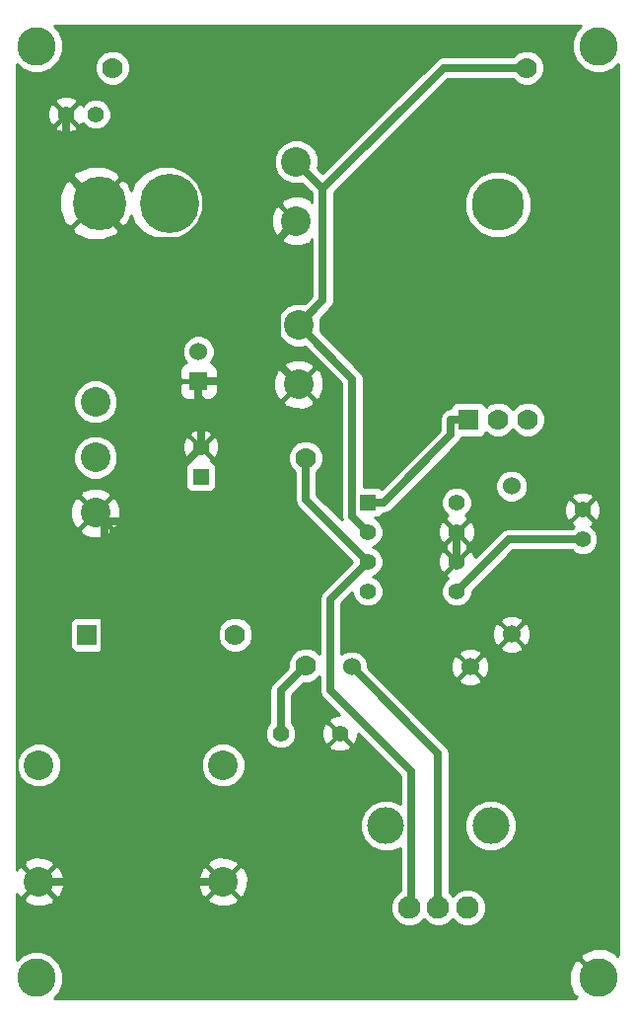
<source format=gtl>
G04 (created by PCBNEW-RS274X (2011-nov-30)-testing) date Wed 20 Feb 2013 12:40:59 PM PST*
%MOIN*%
G04 Gerber Fmt 3.4, Leading zero omitted, Abs format*
%FSLAX34Y34*%
G01*
G70*
G90*
G04 APERTURE LIST*
%ADD10C,0.006*%
%ADD11C,0.1*%
%ADD12R,0.06X0.06*%
%ADD13C,0.06*%
%ADD14R,0.055X0.055*%
%ADD15C,0.055*%
%ADD16C,0.2*%
%ADD17C,0.1811*%
%ADD18C,0.13*%
%ADD19C,0.07*%
%ADD20R,0.07X0.07*%
%ADD21C,0.1772*%
%ADD22C,0.076*%
%ADD23C,0.125*%
%ADD24C,0.025*%
%ADD25C,0.01*%
G04 APERTURE END LIST*
G54D10*
G54D11*
X36984Y-44508D03*
X36984Y-46378D03*
X36984Y-48248D03*
G54D12*
X40472Y-43807D03*
G54D13*
X40472Y-42807D03*
G54D14*
X46200Y-47900D03*
G54D15*
X46200Y-48900D03*
X46200Y-49900D03*
X46200Y-50900D03*
X49200Y-50900D03*
X49200Y-49900D03*
X49200Y-48900D03*
X49200Y-47900D03*
G54D16*
X39500Y-37800D03*
G54D17*
X37138Y-37800D03*
G54D11*
X43780Y-36402D03*
X43780Y-38402D03*
X43858Y-41913D03*
X43858Y-43913D03*
G54D15*
X43250Y-55700D03*
X45250Y-55700D03*
G54D14*
X40551Y-47035D03*
G54D15*
X40551Y-46035D03*
X37000Y-34800D03*
X36000Y-34800D03*
X53450Y-49150D03*
X53450Y-48150D03*
G54D18*
X35000Y-32500D03*
X35000Y-63950D03*
X54000Y-32500D03*
G54D13*
X45650Y-53450D03*
X49650Y-53450D03*
G54D19*
X41713Y-52362D03*
G54D20*
X36713Y-52362D03*
G54D19*
X44100Y-53400D03*
X44100Y-46400D03*
G54D13*
X51050Y-47350D03*
X51050Y-52350D03*
G54D19*
X37567Y-33228D03*
X51567Y-33228D03*
G54D11*
X35079Y-56771D03*
X41299Y-56771D03*
X35079Y-60709D03*
X41299Y-60709D03*
G54D20*
X49600Y-45100D03*
G54D19*
X50600Y-45100D03*
X51600Y-45100D03*
G54D21*
X50600Y-37848D03*
G54D22*
X47596Y-61570D03*
X48580Y-61570D03*
X49564Y-61570D03*
G54D23*
X46808Y-58814D03*
X50352Y-58814D03*
G54D18*
X54000Y-63950D03*
G54D24*
X43250Y-54250D02*
X43250Y-55700D01*
X44100Y-53400D02*
X43250Y-54250D01*
X49200Y-48900D02*
X49200Y-49900D01*
X43121Y-39061D02*
X43780Y-38402D01*
X43858Y-43913D02*
X43121Y-43176D01*
X43121Y-43176D02*
X43121Y-39061D01*
X42490Y-43807D02*
X43121Y-43176D01*
X40472Y-43807D02*
X42490Y-43807D01*
X38274Y-39061D02*
X37008Y-37795D01*
X43121Y-39061D02*
X38274Y-39061D01*
X36000Y-36787D02*
X36000Y-34800D01*
X37008Y-37795D02*
X36000Y-36787D01*
X40551Y-44436D02*
X40472Y-44357D01*
X40551Y-46035D02*
X40551Y-44436D01*
X40472Y-43807D02*
X40472Y-44357D01*
X41299Y-60709D02*
X37292Y-60709D01*
X37292Y-60709D02*
X35079Y-60709D01*
X38030Y-48556D02*
X40551Y-46035D01*
X37292Y-48556D02*
X38030Y-48556D01*
X37292Y-60709D02*
X37292Y-48556D01*
X37292Y-48556D02*
X36984Y-48248D01*
X49000Y-45625D02*
X46725Y-47900D01*
X49000Y-45100D02*
X49000Y-45625D01*
X46200Y-47900D02*
X46725Y-47900D01*
X49600Y-45100D02*
X49000Y-45100D01*
X45672Y-43727D02*
X43858Y-41913D01*
X45672Y-48372D02*
X45672Y-43727D01*
X46200Y-48900D02*
X45672Y-48372D01*
X48752Y-33228D02*
X44679Y-37301D01*
X51567Y-33228D02*
X48752Y-33228D01*
X43780Y-36402D02*
X44679Y-37301D01*
X44679Y-41092D02*
X43858Y-41913D01*
X44679Y-37301D02*
X44679Y-41092D01*
X50950Y-49150D02*
X49200Y-50900D01*
X53450Y-49150D02*
X50950Y-49150D01*
X48580Y-56380D02*
X45650Y-53450D01*
X48580Y-61570D02*
X48580Y-56380D01*
X44936Y-51164D02*
X46200Y-49900D01*
X44936Y-54249D02*
X44936Y-51164D01*
X47662Y-56975D02*
X44936Y-54249D01*
X47662Y-61504D02*
X47662Y-56975D01*
X47596Y-61570D02*
X47662Y-61504D01*
X44100Y-47800D02*
X46200Y-49900D01*
X44100Y-46400D02*
X44100Y-47800D01*
G54D10*
G36*
X54675Y-63185D02*
X54667Y-63177D01*
X54621Y-63222D01*
X54578Y-63111D01*
X54214Y-62954D01*
X54074Y-62952D01*
X54074Y-48274D01*
X54074Y-48026D01*
X53979Y-47796D01*
X53856Y-47779D01*
X53821Y-47814D01*
X53821Y-47744D01*
X53804Y-47621D01*
X53574Y-47526D01*
X53326Y-47526D01*
X53096Y-47621D01*
X53079Y-47744D01*
X53450Y-48115D01*
X53821Y-47744D01*
X53821Y-47814D01*
X53485Y-48150D01*
X53856Y-48521D01*
X53979Y-48504D01*
X54074Y-48274D01*
X54074Y-62952D01*
X53975Y-62950D01*
X53975Y-49255D01*
X53975Y-49046D01*
X53895Y-48853D01*
X53748Y-48705D01*
X53744Y-48703D01*
X53804Y-48679D01*
X53821Y-48556D01*
X53450Y-48185D01*
X53415Y-48220D01*
X53415Y-48150D01*
X53044Y-47779D01*
X52921Y-47796D01*
X52826Y-48026D01*
X52826Y-48274D01*
X52921Y-48504D01*
X53044Y-48521D01*
X53415Y-48150D01*
X53415Y-48220D01*
X53079Y-48556D01*
X53096Y-48679D01*
X53155Y-48703D01*
X53153Y-48705D01*
X53082Y-48775D01*
X52199Y-48775D01*
X52199Y-45220D01*
X52199Y-44981D01*
X52108Y-44761D01*
X51940Y-44592D01*
X51736Y-44507D01*
X51736Y-38075D01*
X51736Y-37623D01*
X51563Y-37205D01*
X51244Y-36886D01*
X50827Y-36712D01*
X50375Y-36712D01*
X49957Y-36885D01*
X49638Y-37204D01*
X49464Y-37621D01*
X49464Y-38073D01*
X49637Y-38491D01*
X49956Y-38810D01*
X50373Y-38984D01*
X50825Y-38984D01*
X51243Y-38811D01*
X51562Y-38492D01*
X51736Y-38075D01*
X51736Y-44507D01*
X51720Y-44501D01*
X51481Y-44501D01*
X51261Y-44592D01*
X51099Y-44752D01*
X50940Y-44592D01*
X50720Y-44501D01*
X50481Y-44501D01*
X50261Y-44592D01*
X50185Y-44667D01*
X50161Y-44609D01*
X50091Y-44539D01*
X50000Y-44501D01*
X49901Y-44501D01*
X49201Y-44501D01*
X49109Y-44539D01*
X49039Y-44609D01*
X49001Y-44700D01*
X49001Y-44725D01*
X49000Y-44725D01*
X48856Y-44754D01*
X48735Y-44835D01*
X48654Y-44956D01*
X48625Y-45100D01*
X48625Y-45470D01*
X46648Y-47446D01*
X46616Y-47414D01*
X46525Y-47376D01*
X46426Y-47376D01*
X46047Y-47376D01*
X46047Y-43727D01*
X46018Y-43584D01*
X46018Y-43583D01*
X45937Y-43462D01*
X44586Y-42111D01*
X44607Y-42063D01*
X44607Y-41765D01*
X44586Y-41714D01*
X44944Y-41357D01*
X45025Y-41236D01*
X45025Y-41235D01*
X45054Y-41092D01*
X45054Y-37456D01*
X48907Y-33603D01*
X51094Y-33603D01*
X51227Y-33736D01*
X51447Y-33827D01*
X51686Y-33827D01*
X51906Y-33736D01*
X52075Y-33568D01*
X52166Y-33348D01*
X52166Y-33109D01*
X52075Y-32889D01*
X51907Y-32720D01*
X51687Y-32629D01*
X51448Y-32629D01*
X51228Y-32720D01*
X51094Y-32853D01*
X48752Y-32853D01*
X48608Y-32882D01*
X48487Y-32963D01*
X44679Y-36771D01*
X44508Y-36600D01*
X44529Y-36552D01*
X44529Y-36254D01*
X44416Y-35978D01*
X44205Y-35767D01*
X43930Y-35653D01*
X43632Y-35653D01*
X43356Y-35766D01*
X43145Y-35977D01*
X43031Y-36252D01*
X43031Y-36550D01*
X43144Y-36826D01*
X43355Y-37037D01*
X43630Y-37151D01*
X43928Y-37151D01*
X43978Y-37130D01*
X44304Y-37456D01*
X44304Y-37772D01*
X44295Y-37780D01*
X44268Y-37688D01*
X43957Y-37556D01*
X43620Y-37552D01*
X43308Y-37678D01*
X43292Y-37688D01*
X43248Y-37834D01*
X43745Y-38331D01*
X43780Y-38367D01*
X43780Y-38366D01*
X43815Y-38401D01*
X43815Y-38402D01*
X43780Y-38437D01*
X43745Y-38472D01*
X43745Y-38402D01*
X43212Y-37870D01*
X43066Y-37914D01*
X42934Y-38225D01*
X42930Y-38562D01*
X43056Y-38874D01*
X43066Y-38890D01*
X43212Y-38934D01*
X43745Y-38402D01*
X43745Y-38472D01*
X43248Y-38970D01*
X43292Y-39116D01*
X43603Y-39248D01*
X43940Y-39252D01*
X44252Y-39126D01*
X44268Y-39116D01*
X44295Y-39023D01*
X44304Y-39032D01*
X44304Y-40937D01*
X44056Y-41184D01*
X44008Y-41164D01*
X43710Y-41164D01*
X43434Y-41277D01*
X43223Y-41488D01*
X43109Y-41763D01*
X43109Y-42061D01*
X43222Y-42337D01*
X43433Y-42548D01*
X43708Y-42662D01*
X44006Y-42662D01*
X44056Y-42641D01*
X45297Y-43882D01*
X45297Y-48372D01*
X45320Y-48490D01*
X44708Y-47877D01*
X44708Y-43753D01*
X44582Y-43441D01*
X44572Y-43425D01*
X44426Y-43381D01*
X44390Y-43416D01*
X44390Y-43345D01*
X44346Y-43199D01*
X44035Y-43067D01*
X43698Y-43063D01*
X43386Y-43189D01*
X43370Y-43199D01*
X43326Y-43345D01*
X43858Y-43878D01*
X44390Y-43345D01*
X44390Y-43416D01*
X43893Y-43913D01*
X44426Y-44445D01*
X44572Y-44401D01*
X44704Y-44090D01*
X44708Y-43753D01*
X44708Y-47877D01*
X44475Y-47644D01*
X44475Y-46872D01*
X44608Y-46740D01*
X44699Y-46520D01*
X44699Y-46281D01*
X44608Y-46061D01*
X44440Y-45892D01*
X44390Y-45871D01*
X44390Y-44481D01*
X43858Y-43948D01*
X43823Y-43983D01*
X43823Y-43913D01*
X43290Y-43381D01*
X43144Y-43425D01*
X43012Y-43736D01*
X43008Y-44073D01*
X43134Y-44385D01*
X43144Y-44401D01*
X43290Y-44445D01*
X43823Y-43913D01*
X43823Y-43983D01*
X43326Y-44481D01*
X43370Y-44627D01*
X43681Y-44759D01*
X44018Y-44763D01*
X44330Y-44637D01*
X44346Y-44627D01*
X44390Y-44481D01*
X44390Y-45871D01*
X44220Y-45801D01*
X43981Y-45801D01*
X43761Y-45892D01*
X43592Y-46060D01*
X43501Y-46280D01*
X43501Y-46519D01*
X43592Y-46739D01*
X43725Y-46872D01*
X43725Y-47800D01*
X43754Y-47944D01*
X43835Y-48065D01*
X45669Y-49900D01*
X44671Y-50899D01*
X44590Y-51020D01*
X44561Y-51164D01*
X44561Y-53013D01*
X44440Y-52892D01*
X44220Y-52801D01*
X43981Y-52801D01*
X43761Y-52892D01*
X43592Y-53060D01*
X43501Y-53280D01*
X43501Y-53469D01*
X42985Y-53985D01*
X42904Y-54106D01*
X42875Y-54250D01*
X42875Y-55332D01*
X42805Y-55402D01*
X42725Y-55595D01*
X42725Y-55804D01*
X42805Y-55997D01*
X42952Y-56145D01*
X43145Y-56225D01*
X43354Y-56225D01*
X43547Y-56145D01*
X43695Y-55998D01*
X43775Y-55805D01*
X43775Y-55596D01*
X43695Y-55403D01*
X43625Y-55332D01*
X43625Y-54405D01*
X44031Y-53999D01*
X44219Y-53999D01*
X44439Y-53908D01*
X44561Y-53786D01*
X44561Y-54249D01*
X44590Y-54393D01*
X44671Y-54514D01*
X45233Y-55076D01*
X45126Y-55076D01*
X44896Y-55171D01*
X44879Y-55294D01*
X45250Y-55665D01*
X45250Y-55664D01*
X45285Y-55699D01*
X45285Y-55700D01*
X45656Y-56071D01*
X45779Y-56054D01*
X45874Y-55824D01*
X45874Y-55717D01*
X47287Y-57130D01*
X47287Y-58065D01*
X46983Y-57939D01*
X46635Y-57939D01*
X46313Y-58072D01*
X46067Y-58318D01*
X45933Y-58639D01*
X45933Y-58987D01*
X46066Y-59309D01*
X46312Y-59555D01*
X46633Y-59689D01*
X46981Y-59689D01*
X47287Y-59562D01*
X47287Y-61016D01*
X47240Y-61036D01*
X47063Y-61213D01*
X46966Y-61444D01*
X46966Y-61695D01*
X47062Y-61926D01*
X47239Y-62103D01*
X47470Y-62200D01*
X47721Y-62200D01*
X47952Y-62104D01*
X48088Y-61968D01*
X48223Y-62103D01*
X48454Y-62200D01*
X48705Y-62200D01*
X48936Y-62104D01*
X49072Y-61968D01*
X49207Y-62103D01*
X49438Y-62200D01*
X49689Y-62200D01*
X49920Y-62104D01*
X50097Y-61927D01*
X50194Y-61696D01*
X50194Y-61445D01*
X50098Y-61214D01*
X49921Y-61037D01*
X49690Y-60940D01*
X49439Y-60940D01*
X49208Y-61036D01*
X49072Y-61172D01*
X48955Y-61055D01*
X48955Y-56380D01*
X48926Y-56237D01*
X48926Y-56236D01*
X48885Y-56175D01*
X48845Y-56115D01*
X48845Y-56114D01*
X46199Y-53468D01*
X46199Y-53341D01*
X46116Y-53139D01*
X45962Y-52985D01*
X45760Y-52901D01*
X45541Y-52901D01*
X45339Y-52984D01*
X45311Y-53012D01*
X45311Y-51319D01*
X45675Y-50955D01*
X45675Y-51004D01*
X45755Y-51197D01*
X45902Y-51345D01*
X46095Y-51425D01*
X46304Y-51425D01*
X46497Y-51345D01*
X46645Y-51198D01*
X46725Y-51005D01*
X46725Y-50796D01*
X46645Y-50603D01*
X46498Y-50455D01*
X46364Y-50399D01*
X46497Y-50345D01*
X46645Y-50198D01*
X46725Y-50005D01*
X46725Y-49796D01*
X46645Y-49603D01*
X46498Y-49455D01*
X46364Y-49399D01*
X46497Y-49345D01*
X46645Y-49198D01*
X46725Y-49005D01*
X46725Y-48796D01*
X46645Y-48603D01*
X46498Y-48455D01*
X46423Y-48424D01*
X46524Y-48424D01*
X46616Y-48386D01*
X46686Y-48316D01*
X46703Y-48275D01*
X46725Y-48275D01*
X46868Y-48246D01*
X46869Y-48246D01*
X46990Y-48165D01*
X49265Y-45890D01*
X49346Y-45769D01*
X49346Y-45768D01*
X49359Y-45699D01*
X49360Y-45699D01*
X49999Y-45699D01*
X50091Y-45661D01*
X50161Y-45591D01*
X50185Y-45532D01*
X50260Y-45608D01*
X50480Y-45699D01*
X50719Y-45699D01*
X50939Y-45608D01*
X51100Y-45447D01*
X51260Y-45608D01*
X51480Y-45699D01*
X51719Y-45699D01*
X51939Y-45608D01*
X52108Y-45440D01*
X52199Y-45220D01*
X52199Y-48775D01*
X51599Y-48775D01*
X51599Y-47460D01*
X51599Y-47241D01*
X51516Y-47039D01*
X51362Y-46885D01*
X51160Y-46801D01*
X50941Y-46801D01*
X50739Y-46884D01*
X50585Y-47038D01*
X50501Y-47240D01*
X50501Y-47459D01*
X50584Y-47661D01*
X50738Y-47815D01*
X50940Y-47899D01*
X51159Y-47899D01*
X51361Y-47816D01*
X51515Y-47662D01*
X51599Y-47460D01*
X51599Y-48775D01*
X50950Y-48775D01*
X50806Y-48804D01*
X50745Y-48844D01*
X50684Y-48885D01*
X49824Y-49745D01*
X49824Y-49024D01*
X49824Y-48776D01*
X49729Y-48546D01*
X49725Y-48545D01*
X49725Y-48005D01*
X49725Y-47796D01*
X49645Y-47603D01*
X49498Y-47455D01*
X49305Y-47375D01*
X49096Y-47375D01*
X48903Y-47455D01*
X48755Y-47602D01*
X48675Y-47795D01*
X48675Y-48004D01*
X48755Y-48197D01*
X48902Y-48345D01*
X48905Y-48346D01*
X48846Y-48371D01*
X48829Y-48494D01*
X49200Y-48865D01*
X49571Y-48494D01*
X49554Y-48371D01*
X49494Y-48346D01*
X49497Y-48345D01*
X49645Y-48198D01*
X49725Y-48005D01*
X49725Y-48545D01*
X49606Y-48529D01*
X49235Y-48900D01*
X49606Y-49271D01*
X49729Y-49254D01*
X49824Y-49024D01*
X49824Y-49745D01*
X49815Y-49754D01*
X49729Y-49546D01*
X49606Y-49529D01*
X49571Y-49564D01*
X49571Y-49494D01*
X49558Y-49400D01*
X49571Y-49306D01*
X49200Y-48935D01*
X49165Y-48970D01*
X49165Y-48900D01*
X48794Y-48529D01*
X48671Y-48546D01*
X48576Y-48776D01*
X48576Y-49024D01*
X48671Y-49254D01*
X48794Y-49271D01*
X49165Y-48900D01*
X49165Y-48970D01*
X48829Y-49306D01*
X48841Y-49400D01*
X48829Y-49494D01*
X49200Y-49865D01*
X49571Y-49494D01*
X49571Y-49564D01*
X49235Y-49900D01*
X49200Y-49935D01*
X49165Y-49970D01*
X49165Y-49900D01*
X48794Y-49529D01*
X48671Y-49546D01*
X48576Y-49776D01*
X48576Y-50024D01*
X48671Y-50254D01*
X48794Y-50271D01*
X49165Y-49900D01*
X49165Y-49970D01*
X48829Y-50306D01*
X48846Y-50429D01*
X48905Y-50453D01*
X48903Y-50455D01*
X48755Y-50602D01*
X48675Y-50795D01*
X48675Y-51004D01*
X48755Y-51197D01*
X48902Y-51345D01*
X49095Y-51425D01*
X49304Y-51425D01*
X49497Y-51345D01*
X49645Y-51198D01*
X49725Y-51005D01*
X49725Y-50905D01*
X51105Y-49525D01*
X53082Y-49525D01*
X53152Y-49595D01*
X53345Y-49675D01*
X53554Y-49675D01*
X53747Y-49595D01*
X53895Y-49448D01*
X53975Y-49255D01*
X53975Y-62950D01*
X53816Y-62949D01*
X53447Y-63096D01*
X53422Y-63111D01*
X53359Y-63274D01*
X54000Y-63915D01*
X54000Y-63914D01*
X54035Y-63949D01*
X54035Y-63950D01*
X54000Y-63985D01*
X53999Y-63985D01*
X53965Y-63951D01*
X53964Y-63950D01*
X53965Y-63950D01*
X53324Y-63309D01*
X53161Y-63372D01*
X53004Y-63736D01*
X52999Y-64134D01*
X53146Y-64503D01*
X53161Y-64528D01*
X53272Y-64571D01*
X53227Y-64617D01*
X53246Y-64636D01*
X51700Y-64636D01*
X51700Y-52222D01*
X51599Y-51982D01*
X51474Y-51962D01*
X51438Y-51997D01*
X51438Y-51926D01*
X51418Y-51801D01*
X51180Y-51701D01*
X50922Y-51700D01*
X50682Y-51801D01*
X50662Y-51926D01*
X51050Y-52315D01*
X51438Y-51926D01*
X51438Y-51997D01*
X51085Y-52350D01*
X51474Y-52738D01*
X51599Y-52718D01*
X51699Y-52480D01*
X51700Y-52222D01*
X51700Y-64636D01*
X51438Y-64636D01*
X51438Y-52774D01*
X51050Y-52385D01*
X51015Y-52420D01*
X51015Y-52350D01*
X50626Y-51962D01*
X50501Y-51982D01*
X50401Y-52220D01*
X50400Y-52478D01*
X50501Y-52718D01*
X50626Y-52738D01*
X51015Y-52350D01*
X51015Y-52420D01*
X50662Y-52774D01*
X50682Y-52899D01*
X50920Y-52999D01*
X51178Y-53000D01*
X51418Y-52899D01*
X51438Y-52774D01*
X51438Y-64636D01*
X51227Y-64636D01*
X51227Y-58989D01*
X51227Y-58641D01*
X51094Y-58319D01*
X50848Y-58073D01*
X50527Y-57939D01*
X50300Y-57939D01*
X50300Y-53322D01*
X50199Y-53082D01*
X50074Y-53062D01*
X50038Y-53097D01*
X50038Y-53026D01*
X50018Y-52901D01*
X49780Y-52801D01*
X49522Y-52800D01*
X49282Y-52901D01*
X49262Y-53026D01*
X49650Y-53415D01*
X50038Y-53026D01*
X50038Y-53097D01*
X49685Y-53450D01*
X50074Y-53838D01*
X50199Y-53818D01*
X50299Y-53580D01*
X50300Y-53322D01*
X50300Y-57939D01*
X50179Y-57939D01*
X50038Y-57997D01*
X50038Y-53874D01*
X49650Y-53485D01*
X49615Y-53520D01*
X49615Y-53450D01*
X49226Y-53062D01*
X49101Y-53082D01*
X49001Y-53320D01*
X49000Y-53578D01*
X49101Y-53818D01*
X49226Y-53838D01*
X49615Y-53450D01*
X49615Y-53520D01*
X49262Y-53874D01*
X49282Y-53999D01*
X49520Y-54099D01*
X49778Y-54100D01*
X50018Y-53999D01*
X50038Y-53874D01*
X50038Y-57997D01*
X49857Y-58072D01*
X49611Y-58318D01*
X49477Y-58639D01*
X49477Y-58987D01*
X49610Y-59309D01*
X49856Y-59555D01*
X50177Y-59689D01*
X50525Y-59689D01*
X50847Y-59556D01*
X51093Y-59310D01*
X51227Y-58989D01*
X51227Y-64636D01*
X45621Y-64636D01*
X45621Y-56106D01*
X45250Y-55735D01*
X45215Y-55770D01*
X45215Y-55700D01*
X44844Y-55329D01*
X44721Y-55346D01*
X44626Y-55576D01*
X44626Y-55824D01*
X44721Y-56054D01*
X44844Y-56071D01*
X45215Y-55700D01*
X45215Y-55770D01*
X44879Y-56106D01*
X44896Y-56229D01*
X45126Y-56324D01*
X45374Y-56324D01*
X45604Y-56229D01*
X45621Y-56106D01*
X45621Y-64636D01*
X42312Y-64636D01*
X42312Y-52482D01*
X42312Y-52243D01*
X42221Y-52023D01*
X42053Y-51854D01*
X41833Y-51763D01*
X41594Y-51763D01*
X41374Y-51854D01*
X41205Y-52022D01*
X41175Y-52094D01*
X41175Y-46159D01*
X41175Y-45911D01*
X41122Y-45782D01*
X41122Y-43919D01*
X41122Y-43695D01*
X41121Y-43438D01*
X41068Y-43310D01*
X40970Y-43211D01*
X40881Y-43174D01*
X40937Y-43119D01*
X41021Y-42917D01*
X41021Y-42698D01*
X40938Y-42496D01*
X40784Y-42342D01*
X40620Y-42273D01*
X40620Y-37548D01*
X40430Y-37088D01*
X40079Y-36736D01*
X39620Y-36546D01*
X39123Y-36545D01*
X38663Y-36735D01*
X38311Y-37086D01*
X38190Y-37378D01*
X38166Y-37316D01*
X38166Y-33348D01*
X38166Y-33109D01*
X38075Y-32889D01*
X37907Y-32720D01*
X37687Y-32629D01*
X37448Y-32629D01*
X37228Y-32720D01*
X37059Y-32888D01*
X36968Y-33108D01*
X36968Y-33347D01*
X37059Y-33567D01*
X37227Y-33736D01*
X37447Y-33827D01*
X37686Y-33827D01*
X37906Y-33736D01*
X38075Y-33568D01*
X38166Y-33348D01*
X38166Y-37316D01*
X38084Y-37106D01*
X38057Y-37065D01*
X37868Y-36971D01*
X37832Y-37006D01*
X37832Y-36935D01*
X37738Y-36746D01*
X37525Y-36653D01*
X37525Y-34905D01*
X37525Y-34696D01*
X37445Y-34503D01*
X37298Y-34355D01*
X37105Y-34275D01*
X36896Y-34275D01*
X36703Y-34355D01*
X36555Y-34502D01*
X36553Y-34505D01*
X36529Y-34446D01*
X36406Y-34429D01*
X36371Y-34464D01*
X36371Y-34394D01*
X36354Y-34271D01*
X36124Y-34176D01*
X35876Y-34176D01*
X35646Y-34271D01*
X35629Y-34394D01*
X36000Y-34765D01*
X36371Y-34394D01*
X36371Y-34464D01*
X36035Y-34800D01*
X36406Y-35171D01*
X36529Y-35154D01*
X36553Y-35094D01*
X36555Y-35097D01*
X36702Y-35245D01*
X36895Y-35325D01*
X37104Y-35325D01*
X37297Y-35245D01*
X37445Y-35098D01*
X37525Y-34905D01*
X37525Y-36653D01*
X37282Y-36547D01*
X36783Y-36538D01*
X36371Y-36698D01*
X36371Y-35206D01*
X36000Y-34835D01*
X35965Y-34870D01*
X35965Y-34800D01*
X35594Y-34429D01*
X35471Y-34446D01*
X35376Y-34676D01*
X35376Y-34924D01*
X35471Y-35154D01*
X35594Y-35171D01*
X35965Y-34800D01*
X35965Y-34870D01*
X35629Y-35206D01*
X35646Y-35329D01*
X35876Y-35424D01*
X36124Y-35424D01*
X36354Y-35329D01*
X36371Y-35206D01*
X36371Y-36698D01*
X36319Y-36719D01*
X36278Y-36746D01*
X36184Y-36935D01*
X37008Y-37760D01*
X37832Y-36935D01*
X37832Y-37006D01*
X37043Y-37795D01*
X37868Y-38619D01*
X38057Y-38525D01*
X38191Y-38215D01*
X38310Y-38502D01*
X38661Y-38854D01*
X39120Y-39044D01*
X39617Y-39045D01*
X40077Y-38855D01*
X40429Y-38504D01*
X40619Y-38045D01*
X40620Y-37548D01*
X40620Y-42273D01*
X40582Y-42258D01*
X40363Y-42258D01*
X40161Y-42341D01*
X40007Y-42495D01*
X39923Y-42697D01*
X39923Y-42916D01*
X40006Y-43118D01*
X40062Y-43174D01*
X39974Y-43211D01*
X39876Y-43310D01*
X39823Y-43438D01*
X39822Y-43695D01*
X39909Y-43782D01*
X40397Y-43782D01*
X40447Y-43782D01*
X40497Y-43782D01*
X40547Y-43782D01*
X41035Y-43782D01*
X41122Y-43695D01*
X41122Y-43919D01*
X41035Y-43832D01*
X40497Y-43832D01*
X40497Y-44370D01*
X40584Y-44457D01*
X40703Y-44456D01*
X40842Y-44456D01*
X40970Y-44403D01*
X41068Y-44304D01*
X41121Y-44176D01*
X41122Y-43919D01*
X41122Y-45782D01*
X41080Y-45681D01*
X40957Y-45664D01*
X40922Y-45699D01*
X40922Y-45629D01*
X40905Y-45506D01*
X40675Y-45411D01*
X40447Y-45411D01*
X40447Y-44370D01*
X40447Y-43832D01*
X39909Y-43832D01*
X39822Y-43919D01*
X39823Y-44176D01*
X39876Y-44304D01*
X39974Y-44403D01*
X40102Y-44456D01*
X40241Y-44456D01*
X40360Y-44457D01*
X40447Y-44370D01*
X40447Y-45411D01*
X40427Y-45411D01*
X40197Y-45506D01*
X40180Y-45629D01*
X40551Y-46000D01*
X40922Y-45629D01*
X40922Y-45699D01*
X40586Y-46035D01*
X40957Y-46406D01*
X41080Y-46389D01*
X41175Y-46159D01*
X41175Y-52094D01*
X41114Y-52242D01*
X41114Y-52481D01*
X41205Y-52701D01*
X41373Y-52870D01*
X41593Y-52961D01*
X41832Y-52961D01*
X42052Y-52870D01*
X42221Y-52702D01*
X42312Y-52482D01*
X42312Y-64636D01*
X42149Y-64636D01*
X42149Y-60549D01*
X42048Y-60298D01*
X42048Y-56921D01*
X42048Y-56623D01*
X41935Y-56347D01*
X41724Y-56136D01*
X41449Y-56022D01*
X41151Y-56022D01*
X41075Y-56053D01*
X41075Y-47360D01*
X41075Y-47261D01*
X41075Y-46711D01*
X41037Y-46619D01*
X40967Y-46549D01*
X40910Y-46525D01*
X40922Y-46441D01*
X40551Y-46070D01*
X40516Y-46105D01*
X40516Y-46035D01*
X40145Y-45664D01*
X40022Y-45681D01*
X39927Y-45911D01*
X39927Y-46159D01*
X40022Y-46389D01*
X40145Y-46406D01*
X40516Y-46035D01*
X40516Y-46105D01*
X40180Y-46441D01*
X40191Y-46525D01*
X40135Y-46549D01*
X40065Y-46619D01*
X40027Y-46710D01*
X40027Y-46809D01*
X40027Y-47359D01*
X40065Y-47451D01*
X40135Y-47521D01*
X40226Y-47559D01*
X40325Y-47559D01*
X40875Y-47559D01*
X40967Y-47521D01*
X41037Y-47451D01*
X41075Y-47360D01*
X41075Y-56053D01*
X40875Y-56135D01*
X40664Y-56346D01*
X40550Y-56621D01*
X40550Y-56919D01*
X40663Y-57195D01*
X40874Y-57406D01*
X41149Y-57520D01*
X41447Y-57520D01*
X41723Y-57407D01*
X41934Y-57196D01*
X42048Y-56921D01*
X42048Y-60298D01*
X42023Y-60237D01*
X42013Y-60221D01*
X41867Y-60177D01*
X41831Y-60212D01*
X41831Y-60141D01*
X41787Y-59995D01*
X41476Y-59863D01*
X41139Y-59859D01*
X40827Y-59985D01*
X40811Y-59995D01*
X40767Y-60141D01*
X41299Y-60674D01*
X41831Y-60141D01*
X41831Y-60212D01*
X41334Y-60709D01*
X41867Y-61241D01*
X42013Y-61197D01*
X42145Y-60886D01*
X42149Y-60549D01*
X42149Y-64636D01*
X41831Y-64636D01*
X41831Y-61277D01*
X41299Y-60744D01*
X41264Y-60779D01*
X41264Y-60709D01*
X40731Y-60177D01*
X40585Y-60221D01*
X40453Y-60532D01*
X40449Y-60869D01*
X40575Y-61181D01*
X40585Y-61197D01*
X40731Y-61241D01*
X41264Y-60709D01*
X41264Y-60779D01*
X40767Y-61277D01*
X40811Y-61423D01*
X41122Y-61555D01*
X41459Y-61559D01*
X41771Y-61433D01*
X41787Y-61423D01*
X41831Y-61277D01*
X41831Y-64636D01*
X37834Y-64636D01*
X37834Y-48088D01*
X37832Y-48083D01*
X37832Y-38655D01*
X37008Y-37830D01*
X36973Y-37865D01*
X36973Y-37795D01*
X36148Y-36971D01*
X35959Y-37065D01*
X35760Y-37521D01*
X35751Y-38020D01*
X35932Y-38484D01*
X35959Y-38525D01*
X36148Y-38619D01*
X36973Y-37795D01*
X36973Y-37865D01*
X36184Y-38655D01*
X36278Y-38844D01*
X36734Y-39043D01*
X37233Y-39052D01*
X37697Y-38871D01*
X37738Y-38844D01*
X37832Y-38655D01*
X37832Y-48083D01*
X37733Y-47837D01*
X37733Y-46528D01*
X37733Y-46230D01*
X37733Y-44658D01*
X37733Y-44360D01*
X37620Y-44084D01*
X37409Y-43873D01*
X37134Y-43759D01*
X36836Y-43759D01*
X36560Y-43872D01*
X36349Y-44083D01*
X36235Y-44358D01*
X36235Y-44656D01*
X36348Y-44932D01*
X36559Y-45143D01*
X36834Y-45257D01*
X37132Y-45257D01*
X37408Y-45144D01*
X37619Y-44933D01*
X37733Y-44658D01*
X37733Y-46230D01*
X37620Y-45954D01*
X37409Y-45743D01*
X37134Y-45629D01*
X36836Y-45629D01*
X36560Y-45742D01*
X36349Y-45953D01*
X36235Y-46228D01*
X36235Y-46526D01*
X36348Y-46802D01*
X36559Y-47013D01*
X36834Y-47127D01*
X37132Y-47127D01*
X37408Y-47014D01*
X37619Y-46803D01*
X37733Y-46528D01*
X37733Y-47837D01*
X37708Y-47776D01*
X37698Y-47760D01*
X37552Y-47716D01*
X37516Y-47751D01*
X37516Y-47680D01*
X37472Y-47534D01*
X37161Y-47402D01*
X36824Y-47398D01*
X36512Y-47524D01*
X36496Y-47534D01*
X36452Y-47680D01*
X36984Y-48213D01*
X37516Y-47680D01*
X37516Y-47751D01*
X37019Y-48248D01*
X37552Y-48780D01*
X37698Y-48736D01*
X37830Y-48425D01*
X37834Y-48088D01*
X37834Y-64636D01*
X37516Y-64636D01*
X37516Y-48816D01*
X36984Y-48283D01*
X36949Y-48318D01*
X36949Y-48248D01*
X36416Y-47716D01*
X36270Y-47760D01*
X36138Y-48071D01*
X36134Y-48408D01*
X36260Y-48720D01*
X36270Y-48736D01*
X36416Y-48780D01*
X36949Y-48248D01*
X36949Y-48318D01*
X36452Y-48816D01*
X36496Y-48962D01*
X36807Y-49094D01*
X37144Y-49098D01*
X37456Y-48972D01*
X37472Y-48962D01*
X37516Y-48816D01*
X37516Y-64636D01*
X37312Y-64636D01*
X37312Y-52762D01*
X37312Y-52663D01*
X37312Y-51963D01*
X37274Y-51871D01*
X37204Y-51801D01*
X37113Y-51763D01*
X37014Y-51763D01*
X36314Y-51763D01*
X36222Y-51801D01*
X36152Y-51871D01*
X36114Y-51962D01*
X36114Y-52061D01*
X36114Y-52761D01*
X36152Y-52853D01*
X36222Y-52923D01*
X36313Y-52961D01*
X36412Y-52961D01*
X37112Y-52961D01*
X37204Y-52923D01*
X37274Y-52853D01*
X37312Y-52762D01*
X37312Y-64636D01*
X35929Y-64636D01*
X35929Y-60549D01*
X35828Y-60298D01*
X35828Y-56921D01*
X35828Y-56623D01*
X35715Y-56347D01*
X35504Y-56136D01*
X35229Y-56022D01*
X34931Y-56022D01*
X34655Y-56135D01*
X34444Y-56346D01*
X34330Y-56621D01*
X34330Y-56919D01*
X34443Y-57195D01*
X34654Y-57406D01*
X34929Y-57520D01*
X35227Y-57520D01*
X35503Y-57407D01*
X35714Y-57196D01*
X35828Y-56921D01*
X35828Y-60298D01*
X35803Y-60237D01*
X35793Y-60221D01*
X35647Y-60177D01*
X35611Y-60212D01*
X35611Y-60141D01*
X35567Y-59995D01*
X35256Y-59863D01*
X34919Y-59859D01*
X34607Y-59985D01*
X34591Y-59995D01*
X34547Y-60141D01*
X35079Y-60674D01*
X35611Y-60141D01*
X35611Y-60212D01*
X35114Y-60709D01*
X35647Y-61241D01*
X35793Y-61197D01*
X35925Y-60886D01*
X35929Y-60549D01*
X35929Y-64636D01*
X35586Y-64636D01*
X35762Y-64460D01*
X35899Y-64130D01*
X35900Y-63772D01*
X35763Y-63441D01*
X35611Y-63289D01*
X35611Y-61277D01*
X35079Y-60744D01*
X34547Y-61277D01*
X34591Y-61423D01*
X34902Y-61555D01*
X35239Y-61559D01*
X35551Y-61433D01*
X35567Y-61423D01*
X35611Y-61277D01*
X35611Y-63289D01*
X35510Y-63188D01*
X35180Y-63051D01*
X34822Y-63050D01*
X34491Y-63187D01*
X34325Y-63353D01*
X34325Y-61106D01*
X34355Y-61181D01*
X34365Y-61197D01*
X34511Y-61241D01*
X35044Y-60709D01*
X34511Y-60177D01*
X34365Y-60221D01*
X34325Y-60315D01*
X34325Y-33097D01*
X34490Y-33262D01*
X34820Y-33399D01*
X35178Y-33400D01*
X35509Y-33263D01*
X35762Y-33010D01*
X35899Y-32680D01*
X35900Y-32322D01*
X35763Y-31991D01*
X35593Y-31821D01*
X53407Y-31821D01*
X53238Y-31990D01*
X53101Y-32320D01*
X53100Y-32678D01*
X53237Y-33009D01*
X53490Y-33262D01*
X53820Y-33399D01*
X54178Y-33400D01*
X54509Y-33263D01*
X54675Y-33097D01*
X54675Y-63185D01*
X54675Y-63185D01*
G37*
G54D25*
X54675Y-63185D02*
X54667Y-63177D01*
X54621Y-63222D01*
X54578Y-63111D01*
X54214Y-62954D01*
X54074Y-62952D01*
X54074Y-48274D01*
X54074Y-48026D01*
X53979Y-47796D01*
X53856Y-47779D01*
X53821Y-47814D01*
X53821Y-47744D01*
X53804Y-47621D01*
X53574Y-47526D01*
X53326Y-47526D01*
X53096Y-47621D01*
X53079Y-47744D01*
X53450Y-48115D01*
X53821Y-47744D01*
X53821Y-47814D01*
X53485Y-48150D01*
X53856Y-48521D01*
X53979Y-48504D01*
X54074Y-48274D01*
X54074Y-62952D01*
X53975Y-62950D01*
X53975Y-49255D01*
X53975Y-49046D01*
X53895Y-48853D01*
X53748Y-48705D01*
X53744Y-48703D01*
X53804Y-48679D01*
X53821Y-48556D01*
X53450Y-48185D01*
X53415Y-48220D01*
X53415Y-48150D01*
X53044Y-47779D01*
X52921Y-47796D01*
X52826Y-48026D01*
X52826Y-48274D01*
X52921Y-48504D01*
X53044Y-48521D01*
X53415Y-48150D01*
X53415Y-48220D01*
X53079Y-48556D01*
X53096Y-48679D01*
X53155Y-48703D01*
X53153Y-48705D01*
X53082Y-48775D01*
X52199Y-48775D01*
X52199Y-45220D01*
X52199Y-44981D01*
X52108Y-44761D01*
X51940Y-44592D01*
X51736Y-44507D01*
X51736Y-38075D01*
X51736Y-37623D01*
X51563Y-37205D01*
X51244Y-36886D01*
X50827Y-36712D01*
X50375Y-36712D01*
X49957Y-36885D01*
X49638Y-37204D01*
X49464Y-37621D01*
X49464Y-38073D01*
X49637Y-38491D01*
X49956Y-38810D01*
X50373Y-38984D01*
X50825Y-38984D01*
X51243Y-38811D01*
X51562Y-38492D01*
X51736Y-38075D01*
X51736Y-44507D01*
X51720Y-44501D01*
X51481Y-44501D01*
X51261Y-44592D01*
X51099Y-44752D01*
X50940Y-44592D01*
X50720Y-44501D01*
X50481Y-44501D01*
X50261Y-44592D01*
X50185Y-44667D01*
X50161Y-44609D01*
X50091Y-44539D01*
X50000Y-44501D01*
X49901Y-44501D01*
X49201Y-44501D01*
X49109Y-44539D01*
X49039Y-44609D01*
X49001Y-44700D01*
X49001Y-44725D01*
X49000Y-44725D01*
X48856Y-44754D01*
X48735Y-44835D01*
X48654Y-44956D01*
X48625Y-45100D01*
X48625Y-45470D01*
X46648Y-47446D01*
X46616Y-47414D01*
X46525Y-47376D01*
X46426Y-47376D01*
X46047Y-47376D01*
X46047Y-43727D01*
X46018Y-43584D01*
X46018Y-43583D01*
X45937Y-43462D01*
X44586Y-42111D01*
X44607Y-42063D01*
X44607Y-41765D01*
X44586Y-41714D01*
X44944Y-41357D01*
X45025Y-41236D01*
X45025Y-41235D01*
X45054Y-41092D01*
X45054Y-37456D01*
X48907Y-33603D01*
X51094Y-33603D01*
X51227Y-33736D01*
X51447Y-33827D01*
X51686Y-33827D01*
X51906Y-33736D01*
X52075Y-33568D01*
X52166Y-33348D01*
X52166Y-33109D01*
X52075Y-32889D01*
X51907Y-32720D01*
X51687Y-32629D01*
X51448Y-32629D01*
X51228Y-32720D01*
X51094Y-32853D01*
X48752Y-32853D01*
X48608Y-32882D01*
X48487Y-32963D01*
X44679Y-36771D01*
X44508Y-36600D01*
X44529Y-36552D01*
X44529Y-36254D01*
X44416Y-35978D01*
X44205Y-35767D01*
X43930Y-35653D01*
X43632Y-35653D01*
X43356Y-35766D01*
X43145Y-35977D01*
X43031Y-36252D01*
X43031Y-36550D01*
X43144Y-36826D01*
X43355Y-37037D01*
X43630Y-37151D01*
X43928Y-37151D01*
X43978Y-37130D01*
X44304Y-37456D01*
X44304Y-37772D01*
X44295Y-37780D01*
X44268Y-37688D01*
X43957Y-37556D01*
X43620Y-37552D01*
X43308Y-37678D01*
X43292Y-37688D01*
X43248Y-37834D01*
X43745Y-38331D01*
X43780Y-38367D01*
X43780Y-38366D01*
X43815Y-38401D01*
X43815Y-38402D01*
X43780Y-38437D01*
X43745Y-38472D01*
X43745Y-38402D01*
X43212Y-37870D01*
X43066Y-37914D01*
X42934Y-38225D01*
X42930Y-38562D01*
X43056Y-38874D01*
X43066Y-38890D01*
X43212Y-38934D01*
X43745Y-38402D01*
X43745Y-38472D01*
X43248Y-38970D01*
X43292Y-39116D01*
X43603Y-39248D01*
X43940Y-39252D01*
X44252Y-39126D01*
X44268Y-39116D01*
X44295Y-39023D01*
X44304Y-39032D01*
X44304Y-40937D01*
X44056Y-41184D01*
X44008Y-41164D01*
X43710Y-41164D01*
X43434Y-41277D01*
X43223Y-41488D01*
X43109Y-41763D01*
X43109Y-42061D01*
X43222Y-42337D01*
X43433Y-42548D01*
X43708Y-42662D01*
X44006Y-42662D01*
X44056Y-42641D01*
X45297Y-43882D01*
X45297Y-48372D01*
X45320Y-48490D01*
X44708Y-47877D01*
X44708Y-43753D01*
X44582Y-43441D01*
X44572Y-43425D01*
X44426Y-43381D01*
X44390Y-43416D01*
X44390Y-43345D01*
X44346Y-43199D01*
X44035Y-43067D01*
X43698Y-43063D01*
X43386Y-43189D01*
X43370Y-43199D01*
X43326Y-43345D01*
X43858Y-43878D01*
X44390Y-43345D01*
X44390Y-43416D01*
X43893Y-43913D01*
X44426Y-44445D01*
X44572Y-44401D01*
X44704Y-44090D01*
X44708Y-43753D01*
X44708Y-47877D01*
X44475Y-47644D01*
X44475Y-46872D01*
X44608Y-46740D01*
X44699Y-46520D01*
X44699Y-46281D01*
X44608Y-46061D01*
X44440Y-45892D01*
X44390Y-45871D01*
X44390Y-44481D01*
X43858Y-43948D01*
X43823Y-43983D01*
X43823Y-43913D01*
X43290Y-43381D01*
X43144Y-43425D01*
X43012Y-43736D01*
X43008Y-44073D01*
X43134Y-44385D01*
X43144Y-44401D01*
X43290Y-44445D01*
X43823Y-43913D01*
X43823Y-43983D01*
X43326Y-44481D01*
X43370Y-44627D01*
X43681Y-44759D01*
X44018Y-44763D01*
X44330Y-44637D01*
X44346Y-44627D01*
X44390Y-44481D01*
X44390Y-45871D01*
X44220Y-45801D01*
X43981Y-45801D01*
X43761Y-45892D01*
X43592Y-46060D01*
X43501Y-46280D01*
X43501Y-46519D01*
X43592Y-46739D01*
X43725Y-46872D01*
X43725Y-47800D01*
X43754Y-47944D01*
X43835Y-48065D01*
X45669Y-49900D01*
X44671Y-50899D01*
X44590Y-51020D01*
X44561Y-51164D01*
X44561Y-53013D01*
X44440Y-52892D01*
X44220Y-52801D01*
X43981Y-52801D01*
X43761Y-52892D01*
X43592Y-53060D01*
X43501Y-53280D01*
X43501Y-53469D01*
X42985Y-53985D01*
X42904Y-54106D01*
X42875Y-54250D01*
X42875Y-55332D01*
X42805Y-55402D01*
X42725Y-55595D01*
X42725Y-55804D01*
X42805Y-55997D01*
X42952Y-56145D01*
X43145Y-56225D01*
X43354Y-56225D01*
X43547Y-56145D01*
X43695Y-55998D01*
X43775Y-55805D01*
X43775Y-55596D01*
X43695Y-55403D01*
X43625Y-55332D01*
X43625Y-54405D01*
X44031Y-53999D01*
X44219Y-53999D01*
X44439Y-53908D01*
X44561Y-53786D01*
X44561Y-54249D01*
X44590Y-54393D01*
X44671Y-54514D01*
X45233Y-55076D01*
X45126Y-55076D01*
X44896Y-55171D01*
X44879Y-55294D01*
X45250Y-55665D01*
X45250Y-55664D01*
X45285Y-55699D01*
X45285Y-55700D01*
X45656Y-56071D01*
X45779Y-56054D01*
X45874Y-55824D01*
X45874Y-55717D01*
X47287Y-57130D01*
X47287Y-58065D01*
X46983Y-57939D01*
X46635Y-57939D01*
X46313Y-58072D01*
X46067Y-58318D01*
X45933Y-58639D01*
X45933Y-58987D01*
X46066Y-59309D01*
X46312Y-59555D01*
X46633Y-59689D01*
X46981Y-59689D01*
X47287Y-59562D01*
X47287Y-61016D01*
X47240Y-61036D01*
X47063Y-61213D01*
X46966Y-61444D01*
X46966Y-61695D01*
X47062Y-61926D01*
X47239Y-62103D01*
X47470Y-62200D01*
X47721Y-62200D01*
X47952Y-62104D01*
X48088Y-61968D01*
X48223Y-62103D01*
X48454Y-62200D01*
X48705Y-62200D01*
X48936Y-62104D01*
X49072Y-61968D01*
X49207Y-62103D01*
X49438Y-62200D01*
X49689Y-62200D01*
X49920Y-62104D01*
X50097Y-61927D01*
X50194Y-61696D01*
X50194Y-61445D01*
X50098Y-61214D01*
X49921Y-61037D01*
X49690Y-60940D01*
X49439Y-60940D01*
X49208Y-61036D01*
X49072Y-61172D01*
X48955Y-61055D01*
X48955Y-56380D01*
X48926Y-56237D01*
X48926Y-56236D01*
X48885Y-56175D01*
X48845Y-56115D01*
X48845Y-56114D01*
X46199Y-53468D01*
X46199Y-53341D01*
X46116Y-53139D01*
X45962Y-52985D01*
X45760Y-52901D01*
X45541Y-52901D01*
X45339Y-52984D01*
X45311Y-53012D01*
X45311Y-51319D01*
X45675Y-50955D01*
X45675Y-51004D01*
X45755Y-51197D01*
X45902Y-51345D01*
X46095Y-51425D01*
X46304Y-51425D01*
X46497Y-51345D01*
X46645Y-51198D01*
X46725Y-51005D01*
X46725Y-50796D01*
X46645Y-50603D01*
X46498Y-50455D01*
X46364Y-50399D01*
X46497Y-50345D01*
X46645Y-50198D01*
X46725Y-50005D01*
X46725Y-49796D01*
X46645Y-49603D01*
X46498Y-49455D01*
X46364Y-49399D01*
X46497Y-49345D01*
X46645Y-49198D01*
X46725Y-49005D01*
X46725Y-48796D01*
X46645Y-48603D01*
X46498Y-48455D01*
X46423Y-48424D01*
X46524Y-48424D01*
X46616Y-48386D01*
X46686Y-48316D01*
X46703Y-48275D01*
X46725Y-48275D01*
X46868Y-48246D01*
X46869Y-48246D01*
X46990Y-48165D01*
X49265Y-45890D01*
X49346Y-45769D01*
X49346Y-45768D01*
X49359Y-45699D01*
X49360Y-45699D01*
X49999Y-45699D01*
X50091Y-45661D01*
X50161Y-45591D01*
X50185Y-45532D01*
X50260Y-45608D01*
X50480Y-45699D01*
X50719Y-45699D01*
X50939Y-45608D01*
X51100Y-45447D01*
X51260Y-45608D01*
X51480Y-45699D01*
X51719Y-45699D01*
X51939Y-45608D01*
X52108Y-45440D01*
X52199Y-45220D01*
X52199Y-48775D01*
X51599Y-48775D01*
X51599Y-47460D01*
X51599Y-47241D01*
X51516Y-47039D01*
X51362Y-46885D01*
X51160Y-46801D01*
X50941Y-46801D01*
X50739Y-46884D01*
X50585Y-47038D01*
X50501Y-47240D01*
X50501Y-47459D01*
X50584Y-47661D01*
X50738Y-47815D01*
X50940Y-47899D01*
X51159Y-47899D01*
X51361Y-47816D01*
X51515Y-47662D01*
X51599Y-47460D01*
X51599Y-48775D01*
X50950Y-48775D01*
X50806Y-48804D01*
X50745Y-48844D01*
X50684Y-48885D01*
X49824Y-49745D01*
X49824Y-49024D01*
X49824Y-48776D01*
X49729Y-48546D01*
X49725Y-48545D01*
X49725Y-48005D01*
X49725Y-47796D01*
X49645Y-47603D01*
X49498Y-47455D01*
X49305Y-47375D01*
X49096Y-47375D01*
X48903Y-47455D01*
X48755Y-47602D01*
X48675Y-47795D01*
X48675Y-48004D01*
X48755Y-48197D01*
X48902Y-48345D01*
X48905Y-48346D01*
X48846Y-48371D01*
X48829Y-48494D01*
X49200Y-48865D01*
X49571Y-48494D01*
X49554Y-48371D01*
X49494Y-48346D01*
X49497Y-48345D01*
X49645Y-48198D01*
X49725Y-48005D01*
X49725Y-48545D01*
X49606Y-48529D01*
X49235Y-48900D01*
X49606Y-49271D01*
X49729Y-49254D01*
X49824Y-49024D01*
X49824Y-49745D01*
X49815Y-49754D01*
X49729Y-49546D01*
X49606Y-49529D01*
X49571Y-49564D01*
X49571Y-49494D01*
X49558Y-49400D01*
X49571Y-49306D01*
X49200Y-48935D01*
X49165Y-48970D01*
X49165Y-48900D01*
X48794Y-48529D01*
X48671Y-48546D01*
X48576Y-48776D01*
X48576Y-49024D01*
X48671Y-49254D01*
X48794Y-49271D01*
X49165Y-48900D01*
X49165Y-48970D01*
X48829Y-49306D01*
X48841Y-49400D01*
X48829Y-49494D01*
X49200Y-49865D01*
X49571Y-49494D01*
X49571Y-49564D01*
X49235Y-49900D01*
X49200Y-49935D01*
X49165Y-49970D01*
X49165Y-49900D01*
X48794Y-49529D01*
X48671Y-49546D01*
X48576Y-49776D01*
X48576Y-50024D01*
X48671Y-50254D01*
X48794Y-50271D01*
X49165Y-49900D01*
X49165Y-49970D01*
X48829Y-50306D01*
X48846Y-50429D01*
X48905Y-50453D01*
X48903Y-50455D01*
X48755Y-50602D01*
X48675Y-50795D01*
X48675Y-51004D01*
X48755Y-51197D01*
X48902Y-51345D01*
X49095Y-51425D01*
X49304Y-51425D01*
X49497Y-51345D01*
X49645Y-51198D01*
X49725Y-51005D01*
X49725Y-50905D01*
X51105Y-49525D01*
X53082Y-49525D01*
X53152Y-49595D01*
X53345Y-49675D01*
X53554Y-49675D01*
X53747Y-49595D01*
X53895Y-49448D01*
X53975Y-49255D01*
X53975Y-62950D01*
X53816Y-62949D01*
X53447Y-63096D01*
X53422Y-63111D01*
X53359Y-63274D01*
X54000Y-63915D01*
X54000Y-63914D01*
X54035Y-63949D01*
X54035Y-63950D01*
X54000Y-63985D01*
X53999Y-63985D01*
X53965Y-63951D01*
X53964Y-63950D01*
X53965Y-63950D01*
X53324Y-63309D01*
X53161Y-63372D01*
X53004Y-63736D01*
X52999Y-64134D01*
X53146Y-64503D01*
X53161Y-64528D01*
X53272Y-64571D01*
X53227Y-64617D01*
X53246Y-64636D01*
X51700Y-64636D01*
X51700Y-52222D01*
X51599Y-51982D01*
X51474Y-51962D01*
X51438Y-51997D01*
X51438Y-51926D01*
X51418Y-51801D01*
X51180Y-51701D01*
X50922Y-51700D01*
X50682Y-51801D01*
X50662Y-51926D01*
X51050Y-52315D01*
X51438Y-51926D01*
X51438Y-51997D01*
X51085Y-52350D01*
X51474Y-52738D01*
X51599Y-52718D01*
X51699Y-52480D01*
X51700Y-52222D01*
X51700Y-64636D01*
X51438Y-64636D01*
X51438Y-52774D01*
X51050Y-52385D01*
X51015Y-52420D01*
X51015Y-52350D01*
X50626Y-51962D01*
X50501Y-51982D01*
X50401Y-52220D01*
X50400Y-52478D01*
X50501Y-52718D01*
X50626Y-52738D01*
X51015Y-52350D01*
X51015Y-52420D01*
X50662Y-52774D01*
X50682Y-52899D01*
X50920Y-52999D01*
X51178Y-53000D01*
X51418Y-52899D01*
X51438Y-52774D01*
X51438Y-64636D01*
X51227Y-64636D01*
X51227Y-58989D01*
X51227Y-58641D01*
X51094Y-58319D01*
X50848Y-58073D01*
X50527Y-57939D01*
X50300Y-57939D01*
X50300Y-53322D01*
X50199Y-53082D01*
X50074Y-53062D01*
X50038Y-53097D01*
X50038Y-53026D01*
X50018Y-52901D01*
X49780Y-52801D01*
X49522Y-52800D01*
X49282Y-52901D01*
X49262Y-53026D01*
X49650Y-53415D01*
X50038Y-53026D01*
X50038Y-53097D01*
X49685Y-53450D01*
X50074Y-53838D01*
X50199Y-53818D01*
X50299Y-53580D01*
X50300Y-53322D01*
X50300Y-57939D01*
X50179Y-57939D01*
X50038Y-57997D01*
X50038Y-53874D01*
X49650Y-53485D01*
X49615Y-53520D01*
X49615Y-53450D01*
X49226Y-53062D01*
X49101Y-53082D01*
X49001Y-53320D01*
X49000Y-53578D01*
X49101Y-53818D01*
X49226Y-53838D01*
X49615Y-53450D01*
X49615Y-53520D01*
X49262Y-53874D01*
X49282Y-53999D01*
X49520Y-54099D01*
X49778Y-54100D01*
X50018Y-53999D01*
X50038Y-53874D01*
X50038Y-57997D01*
X49857Y-58072D01*
X49611Y-58318D01*
X49477Y-58639D01*
X49477Y-58987D01*
X49610Y-59309D01*
X49856Y-59555D01*
X50177Y-59689D01*
X50525Y-59689D01*
X50847Y-59556D01*
X51093Y-59310D01*
X51227Y-58989D01*
X51227Y-64636D01*
X45621Y-64636D01*
X45621Y-56106D01*
X45250Y-55735D01*
X45215Y-55770D01*
X45215Y-55700D01*
X44844Y-55329D01*
X44721Y-55346D01*
X44626Y-55576D01*
X44626Y-55824D01*
X44721Y-56054D01*
X44844Y-56071D01*
X45215Y-55700D01*
X45215Y-55770D01*
X44879Y-56106D01*
X44896Y-56229D01*
X45126Y-56324D01*
X45374Y-56324D01*
X45604Y-56229D01*
X45621Y-56106D01*
X45621Y-64636D01*
X42312Y-64636D01*
X42312Y-52482D01*
X42312Y-52243D01*
X42221Y-52023D01*
X42053Y-51854D01*
X41833Y-51763D01*
X41594Y-51763D01*
X41374Y-51854D01*
X41205Y-52022D01*
X41175Y-52094D01*
X41175Y-46159D01*
X41175Y-45911D01*
X41122Y-45782D01*
X41122Y-43919D01*
X41122Y-43695D01*
X41121Y-43438D01*
X41068Y-43310D01*
X40970Y-43211D01*
X40881Y-43174D01*
X40937Y-43119D01*
X41021Y-42917D01*
X41021Y-42698D01*
X40938Y-42496D01*
X40784Y-42342D01*
X40620Y-42273D01*
X40620Y-37548D01*
X40430Y-37088D01*
X40079Y-36736D01*
X39620Y-36546D01*
X39123Y-36545D01*
X38663Y-36735D01*
X38311Y-37086D01*
X38190Y-37378D01*
X38166Y-37316D01*
X38166Y-33348D01*
X38166Y-33109D01*
X38075Y-32889D01*
X37907Y-32720D01*
X37687Y-32629D01*
X37448Y-32629D01*
X37228Y-32720D01*
X37059Y-32888D01*
X36968Y-33108D01*
X36968Y-33347D01*
X37059Y-33567D01*
X37227Y-33736D01*
X37447Y-33827D01*
X37686Y-33827D01*
X37906Y-33736D01*
X38075Y-33568D01*
X38166Y-33348D01*
X38166Y-37316D01*
X38084Y-37106D01*
X38057Y-37065D01*
X37868Y-36971D01*
X37832Y-37006D01*
X37832Y-36935D01*
X37738Y-36746D01*
X37525Y-36653D01*
X37525Y-34905D01*
X37525Y-34696D01*
X37445Y-34503D01*
X37298Y-34355D01*
X37105Y-34275D01*
X36896Y-34275D01*
X36703Y-34355D01*
X36555Y-34502D01*
X36553Y-34505D01*
X36529Y-34446D01*
X36406Y-34429D01*
X36371Y-34464D01*
X36371Y-34394D01*
X36354Y-34271D01*
X36124Y-34176D01*
X35876Y-34176D01*
X35646Y-34271D01*
X35629Y-34394D01*
X36000Y-34765D01*
X36371Y-34394D01*
X36371Y-34464D01*
X36035Y-34800D01*
X36406Y-35171D01*
X36529Y-35154D01*
X36553Y-35094D01*
X36555Y-35097D01*
X36702Y-35245D01*
X36895Y-35325D01*
X37104Y-35325D01*
X37297Y-35245D01*
X37445Y-35098D01*
X37525Y-34905D01*
X37525Y-36653D01*
X37282Y-36547D01*
X36783Y-36538D01*
X36371Y-36698D01*
X36371Y-35206D01*
X36000Y-34835D01*
X35965Y-34870D01*
X35965Y-34800D01*
X35594Y-34429D01*
X35471Y-34446D01*
X35376Y-34676D01*
X35376Y-34924D01*
X35471Y-35154D01*
X35594Y-35171D01*
X35965Y-34800D01*
X35965Y-34870D01*
X35629Y-35206D01*
X35646Y-35329D01*
X35876Y-35424D01*
X36124Y-35424D01*
X36354Y-35329D01*
X36371Y-35206D01*
X36371Y-36698D01*
X36319Y-36719D01*
X36278Y-36746D01*
X36184Y-36935D01*
X37008Y-37760D01*
X37832Y-36935D01*
X37832Y-37006D01*
X37043Y-37795D01*
X37868Y-38619D01*
X38057Y-38525D01*
X38191Y-38215D01*
X38310Y-38502D01*
X38661Y-38854D01*
X39120Y-39044D01*
X39617Y-39045D01*
X40077Y-38855D01*
X40429Y-38504D01*
X40619Y-38045D01*
X40620Y-37548D01*
X40620Y-42273D01*
X40582Y-42258D01*
X40363Y-42258D01*
X40161Y-42341D01*
X40007Y-42495D01*
X39923Y-42697D01*
X39923Y-42916D01*
X40006Y-43118D01*
X40062Y-43174D01*
X39974Y-43211D01*
X39876Y-43310D01*
X39823Y-43438D01*
X39822Y-43695D01*
X39909Y-43782D01*
X40397Y-43782D01*
X40447Y-43782D01*
X40497Y-43782D01*
X40547Y-43782D01*
X41035Y-43782D01*
X41122Y-43695D01*
X41122Y-43919D01*
X41035Y-43832D01*
X40497Y-43832D01*
X40497Y-44370D01*
X40584Y-44457D01*
X40703Y-44456D01*
X40842Y-44456D01*
X40970Y-44403D01*
X41068Y-44304D01*
X41121Y-44176D01*
X41122Y-43919D01*
X41122Y-45782D01*
X41080Y-45681D01*
X40957Y-45664D01*
X40922Y-45699D01*
X40922Y-45629D01*
X40905Y-45506D01*
X40675Y-45411D01*
X40447Y-45411D01*
X40447Y-44370D01*
X40447Y-43832D01*
X39909Y-43832D01*
X39822Y-43919D01*
X39823Y-44176D01*
X39876Y-44304D01*
X39974Y-44403D01*
X40102Y-44456D01*
X40241Y-44456D01*
X40360Y-44457D01*
X40447Y-44370D01*
X40447Y-45411D01*
X40427Y-45411D01*
X40197Y-45506D01*
X40180Y-45629D01*
X40551Y-46000D01*
X40922Y-45629D01*
X40922Y-45699D01*
X40586Y-46035D01*
X40957Y-46406D01*
X41080Y-46389D01*
X41175Y-46159D01*
X41175Y-52094D01*
X41114Y-52242D01*
X41114Y-52481D01*
X41205Y-52701D01*
X41373Y-52870D01*
X41593Y-52961D01*
X41832Y-52961D01*
X42052Y-52870D01*
X42221Y-52702D01*
X42312Y-52482D01*
X42312Y-64636D01*
X42149Y-64636D01*
X42149Y-60549D01*
X42048Y-60298D01*
X42048Y-56921D01*
X42048Y-56623D01*
X41935Y-56347D01*
X41724Y-56136D01*
X41449Y-56022D01*
X41151Y-56022D01*
X41075Y-56053D01*
X41075Y-47360D01*
X41075Y-47261D01*
X41075Y-46711D01*
X41037Y-46619D01*
X40967Y-46549D01*
X40910Y-46525D01*
X40922Y-46441D01*
X40551Y-46070D01*
X40516Y-46105D01*
X40516Y-46035D01*
X40145Y-45664D01*
X40022Y-45681D01*
X39927Y-45911D01*
X39927Y-46159D01*
X40022Y-46389D01*
X40145Y-46406D01*
X40516Y-46035D01*
X40516Y-46105D01*
X40180Y-46441D01*
X40191Y-46525D01*
X40135Y-46549D01*
X40065Y-46619D01*
X40027Y-46710D01*
X40027Y-46809D01*
X40027Y-47359D01*
X40065Y-47451D01*
X40135Y-47521D01*
X40226Y-47559D01*
X40325Y-47559D01*
X40875Y-47559D01*
X40967Y-47521D01*
X41037Y-47451D01*
X41075Y-47360D01*
X41075Y-56053D01*
X40875Y-56135D01*
X40664Y-56346D01*
X40550Y-56621D01*
X40550Y-56919D01*
X40663Y-57195D01*
X40874Y-57406D01*
X41149Y-57520D01*
X41447Y-57520D01*
X41723Y-57407D01*
X41934Y-57196D01*
X42048Y-56921D01*
X42048Y-60298D01*
X42023Y-60237D01*
X42013Y-60221D01*
X41867Y-60177D01*
X41831Y-60212D01*
X41831Y-60141D01*
X41787Y-59995D01*
X41476Y-59863D01*
X41139Y-59859D01*
X40827Y-59985D01*
X40811Y-59995D01*
X40767Y-60141D01*
X41299Y-60674D01*
X41831Y-60141D01*
X41831Y-60212D01*
X41334Y-60709D01*
X41867Y-61241D01*
X42013Y-61197D01*
X42145Y-60886D01*
X42149Y-60549D01*
X42149Y-64636D01*
X41831Y-64636D01*
X41831Y-61277D01*
X41299Y-60744D01*
X41264Y-60779D01*
X41264Y-60709D01*
X40731Y-60177D01*
X40585Y-60221D01*
X40453Y-60532D01*
X40449Y-60869D01*
X40575Y-61181D01*
X40585Y-61197D01*
X40731Y-61241D01*
X41264Y-60709D01*
X41264Y-60779D01*
X40767Y-61277D01*
X40811Y-61423D01*
X41122Y-61555D01*
X41459Y-61559D01*
X41771Y-61433D01*
X41787Y-61423D01*
X41831Y-61277D01*
X41831Y-64636D01*
X37834Y-64636D01*
X37834Y-48088D01*
X37832Y-48083D01*
X37832Y-38655D01*
X37008Y-37830D01*
X36973Y-37865D01*
X36973Y-37795D01*
X36148Y-36971D01*
X35959Y-37065D01*
X35760Y-37521D01*
X35751Y-38020D01*
X35932Y-38484D01*
X35959Y-38525D01*
X36148Y-38619D01*
X36973Y-37795D01*
X36973Y-37865D01*
X36184Y-38655D01*
X36278Y-38844D01*
X36734Y-39043D01*
X37233Y-39052D01*
X37697Y-38871D01*
X37738Y-38844D01*
X37832Y-38655D01*
X37832Y-48083D01*
X37733Y-47837D01*
X37733Y-46528D01*
X37733Y-46230D01*
X37733Y-44658D01*
X37733Y-44360D01*
X37620Y-44084D01*
X37409Y-43873D01*
X37134Y-43759D01*
X36836Y-43759D01*
X36560Y-43872D01*
X36349Y-44083D01*
X36235Y-44358D01*
X36235Y-44656D01*
X36348Y-44932D01*
X36559Y-45143D01*
X36834Y-45257D01*
X37132Y-45257D01*
X37408Y-45144D01*
X37619Y-44933D01*
X37733Y-44658D01*
X37733Y-46230D01*
X37620Y-45954D01*
X37409Y-45743D01*
X37134Y-45629D01*
X36836Y-45629D01*
X36560Y-45742D01*
X36349Y-45953D01*
X36235Y-46228D01*
X36235Y-46526D01*
X36348Y-46802D01*
X36559Y-47013D01*
X36834Y-47127D01*
X37132Y-47127D01*
X37408Y-47014D01*
X37619Y-46803D01*
X37733Y-46528D01*
X37733Y-47837D01*
X37708Y-47776D01*
X37698Y-47760D01*
X37552Y-47716D01*
X37516Y-47751D01*
X37516Y-47680D01*
X37472Y-47534D01*
X37161Y-47402D01*
X36824Y-47398D01*
X36512Y-47524D01*
X36496Y-47534D01*
X36452Y-47680D01*
X36984Y-48213D01*
X37516Y-47680D01*
X37516Y-47751D01*
X37019Y-48248D01*
X37552Y-48780D01*
X37698Y-48736D01*
X37830Y-48425D01*
X37834Y-48088D01*
X37834Y-64636D01*
X37516Y-64636D01*
X37516Y-48816D01*
X36984Y-48283D01*
X36949Y-48318D01*
X36949Y-48248D01*
X36416Y-47716D01*
X36270Y-47760D01*
X36138Y-48071D01*
X36134Y-48408D01*
X36260Y-48720D01*
X36270Y-48736D01*
X36416Y-48780D01*
X36949Y-48248D01*
X36949Y-48318D01*
X36452Y-48816D01*
X36496Y-48962D01*
X36807Y-49094D01*
X37144Y-49098D01*
X37456Y-48972D01*
X37472Y-48962D01*
X37516Y-48816D01*
X37516Y-64636D01*
X37312Y-64636D01*
X37312Y-52762D01*
X37312Y-52663D01*
X37312Y-51963D01*
X37274Y-51871D01*
X37204Y-51801D01*
X37113Y-51763D01*
X37014Y-51763D01*
X36314Y-51763D01*
X36222Y-51801D01*
X36152Y-51871D01*
X36114Y-51962D01*
X36114Y-52061D01*
X36114Y-52761D01*
X36152Y-52853D01*
X36222Y-52923D01*
X36313Y-52961D01*
X36412Y-52961D01*
X37112Y-52961D01*
X37204Y-52923D01*
X37274Y-52853D01*
X37312Y-52762D01*
X37312Y-64636D01*
X35929Y-64636D01*
X35929Y-60549D01*
X35828Y-60298D01*
X35828Y-56921D01*
X35828Y-56623D01*
X35715Y-56347D01*
X35504Y-56136D01*
X35229Y-56022D01*
X34931Y-56022D01*
X34655Y-56135D01*
X34444Y-56346D01*
X34330Y-56621D01*
X34330Y-56919D01*
X34443Y-57195D01*
X34654Y-57406D01*
X34929Y-57520D01*
X35227Y-57520D01*
X35503Y-57407D01*
X35714Y-57196D01*
X35828Y-56921D01*
X35828Y-60298D01*
X35803Y-60237D01*
X35793Y-60221D01*
X35647Y-60177D01*
X35611Y-60212D01*
X35611Y-60141D01*
X35567Y-59995D01*
X35256Y-59863D01*
X34919Y-59859D01*
X34607Y-59985D01*
X34591Y-59995D01*
X34547Y-60141D01*
X35079Y-60674D01*
X35611Y-60141D01*
X35611Y-60212D01*
X35114Y-60709D01*
X35647Y-61241D01*
X35793Y-61197D01*
X35925Y-60886D01*
X35929Y-60549D01*
X35929Y-64636D01*
X35586Y-64636D01*
X35762Y-64460D01*
X35899Y-64130D01*
X35900Y-63772D01*
X35763Y-63441D01*
X35611Y-63289D01*
X35611Y-61277D01*
X35079Y-60744D01*
X34547Y-61277D01*
X34591Y-61423D01*
X34902Y-61555D01*
X35239Y-61559D01*
X35551Y-61433D01*
X35567Y-61423D01*
X35611Y-61277D01*
X35611Y-63289D01*
X35510Y-63188D01*
X35180Y-63051D01*
X34822Y-63050D01*
X34491Y-63187D01*
X34325Y-63353D01*
X34325Y-61106D01*
X34355Y-61181D01*
X34365Y-61197D01*
X34511Y-61241D01*
X35044Y-60709D01*
X34511Y-60177D01*
X34365Y-60221D01*
X34325Y-60315D01*
X34325Y-33097D01*
X34490Y-33262D01*
X34820Y-33399D01*
X35178Y-33400D01*
X35509Y-33263D01*
X35762Y-33010D01*
X35899Y-32680D01*
X35900Y-32322D01*
X35763Y-31991D01*
X35593Y-31821D01*
X53407Y-31821D01*
X53238Y-31990D01*
X53101Y-32320D01*
X53100Y-32678D01*
X53237Y-33009D01*
X53490Y-33262D01*
X53820Y-33399D01*
X54178Y-33400D01*
X54509Y-33263D01*
X54675Y-33097D01*
X54675Y-63185D01*
M02*

</source>
